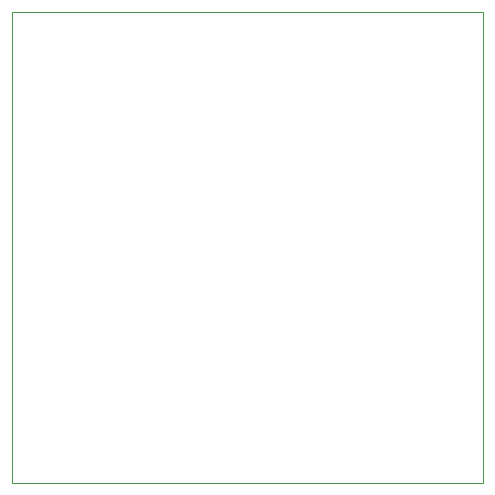
<source format=gbr>
G75*
%MOIN*%
%OFA0B0*%
%FSLAX24Y24*%
%IPPOS*%
%LPD*%
%AMOC8*
5,1,8,0,0,1.08239X$1,22.5*
%
%ADD10C,0.0010*%
D10*
X000160Y000160D02*
X000160Y015860D01*
X015860Y015860D01*
X015860Y000160D01*
X000160Y000160D01*
M02*

</source>
